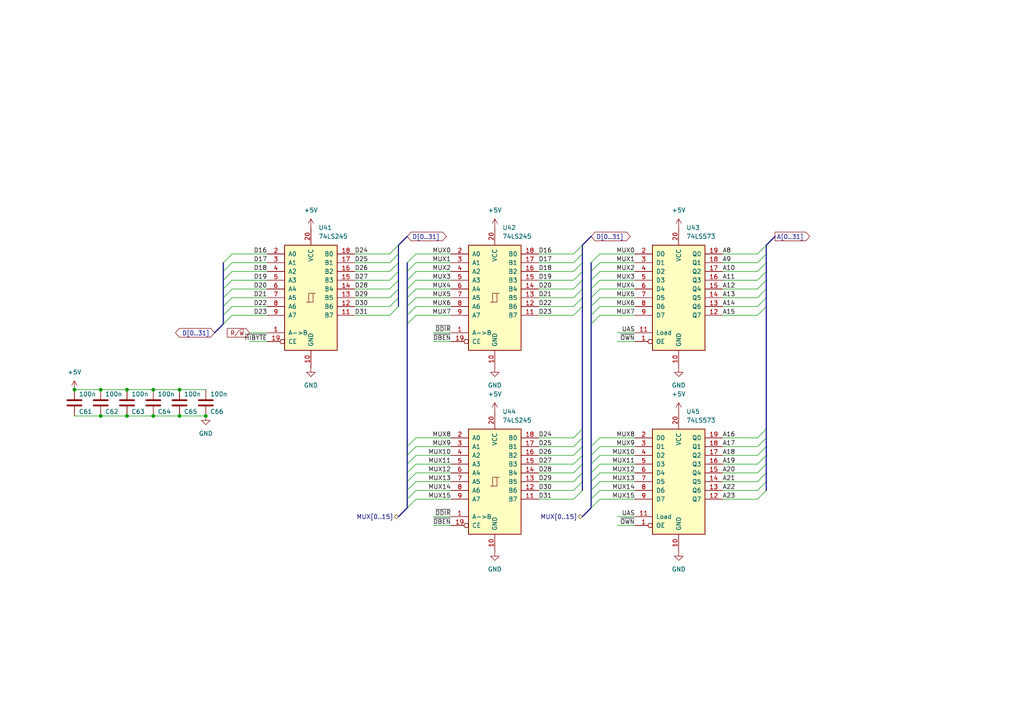
<source format=kicad_sch>
(kicad_sch (version 20231120) (generator "eeschema") (generator_version "8.0")
  (paper "A4")
  (lib_symbols
    (symbol "74xx:74LS245" (pin_names (offset 1.016))
      (property "Reference" "U" (at -7.62 16.51 0))
      (property "Value" "74LS245" (at -7.62 -16.51 0))
      (symbol "74LS245_1_0"
        (polyline (pts (xy -0.635 -1.27) (xy -0.635 1.27) (xy 0.635 1.27)))
        (polyline (pts (xy -1.27 -1.27) (xy 0.635 -1.27) (xy 0.635 1.27) (xy 1.27 1.27)))
        (pin input line (at -12.7 -10.16 0) (length 5.08) (name "A->B") (number "1"))
        (pin power_in line (at 0 -20.32 90) (length 5.08) (name "GND") (number "10"))
        (pin tri_state line (at 12.7 -5.08 180) (length 5.08) (name "B7") (number "11"))
        (pin tri_state line (at 12.7 -2.54 180) (length 5.08) (name "B6") (number "12"))
        (pin tri_state line (at 12.7 0 180) (length 5.08) (name "B5") (number "13"))
        (pin tri_state line (at 12.7 2.54 180) (length 5.08) (name "B4") (number "14"))
        (pin tri_state line (at 12.7 5.08 180) (length 5.08) (name "B3") (number "15"))
        (pin tri_state line (at 12.7 7.62 180) (length 5.08) (name "B2") (number "16"))
        (pin tri_state line (at 12.7 10.16 180) (length 5.08) (name "B1") (number "17"))
        (pin tri_state line (at 12.7 12.7 180) (length 5.08) (name "B0") (number "18"))
        (pin input inverted (at -12.7 -12.7 0) (length 5.08) (name "CE") (number "19"))
        (pin tri_state line (at -12.7 12.7 0) (length 5.08) (name "A0") (number "2"))
        (pin power_in line (at 0 20.32 270) (length 5.08) (name "VCC") (number "20"))
        (pin tri_state line (at -12.7 10.16 0) (length 5.08) (name "A1") (number "3"))
        (pin tri_state line (at -12.7 7.62 0) (length 5.08) (name "A2") (number "4"))
        (pin tri_state line (at -12.7 5.08 0) (length 5.08) (name "A3") (number "5"))
        (pin tri_state line (at -12.7 2.54 0) (length 5.08) (name "A4") (number "6"))
        (pin tri_state line (at -12.7 0 0) (length 5.08) (name "A5") (number "7"))
        (pin tri_state line (at -12.7 -2.54 0) (length 5.08) (name "A6") (number "8"))
        (pin tri_state line (at -12.7 -5.08 0) (length 5.08) (name "A7") (number "9"))
      )
      (symbol "74LS245_1_1"
        (rectangle (start -7.62 15.24) (end 7.62 -15.24) (stroke (width 0.254)) (fill (type background)))
      )
    )
    (symbol "74xx:74LS573" (pin_names (offset 1.016))
      (property "Reference" "U" (at -7.62 16.51 0))
      (property "Value" "74LS573" (at -7.62 -16.51 0))
      (symbol "74LS573_1_0"
        (pin input inverted (at -12.7 -12.7 0) (length 5.08) (name "OE") (number "1"))
        (pin power_in line (at 0 -20.32 90) (length 5.08) (name "GND") (number "10"))
        (pin input line (at -12.7 -10.16 0) (length 5.08) (name "Load") (number "11"))
        (pin tri_state line (at 12.7 -5.08 180) (length 5.08) (name "Q7") (number "12"))
        (pin tri_state line (at 12.7 -2.54 180) (length 5.08) (name "Q6") (number "13"))
        (pin tri_state line (at 12.7 0 180) (length 5.08) (name "Q5") (number "14"))
        (pin tri_state line (at 12.7 2.54 180) (length 5.08) (name "Q4") (number "15"))
        (pin tri_state line (at 12.7 5.08 180) (length 5.08) (name "Q3") (number "16"))
        (pin tri_state line (at 12.7 7.62 180) (length 5.08) (name "Q2") (number "17"))
        (pin tri_state line (at 12.7 10.16 180) (length 5.08) (name "Q1") (number "18"))
        (pin tri_state line (at 12.7 12.7 180) (length 5.08) (name "Q0") (number "19"))
        (pin input line (at -12.7 12.7 0) (length 5.08) (name "D0") (number "2"))
        (pin power_in line (at 0 20.32 270) (length 5.08) (name "VCC") (number "20"))
        (pin input line (at -12.7 10.16 0) (length 5.08) (name "D1") (number "3"))
        (pin input line (at -12.7 7.62 0) (length 5.08) (name "D2") (number "4"))
        (pin input line (at -12.7 5.08 0) (length 5.08) (name "D3") (number "5"))
        (pin input line (at -12.7 2.54 0) (length 5.08) (name "D4") (number "6"))
        (pin input line (at -12.7 0 0) (length 5.08) (name "D5") (number "7"))
        (pin input line (at -12.7 -2.54 0) (length 5.08) (name "D6") (number "8"))
        (pin input line (at -12.7 -5.08 0) (length 5.08) (name "D7") (number "9"))
      )
      (symbol "74LS573_1_1"
        (rectangle (start -7.62 15.24) (end 7.62 -15.24) (stroke (width 0.254)) (fill (type background)))
      )
    )
    (symbol "Device:C" (pin_numbers hide) (pin_names (offset 0.254))
      (property "Reference" "C" (at 0.635 2.54 0))
      (property "Value" "C" (at 0.635 -2.54 0))
      (symbol "C_0_1"
        (polyline (pts (xy -2.032 -0.762) (xy 2.032 -0.762)) (stroke (width 0.508)))
        (polyline (pts (xy -2.032 0.762) (xy 2.032 0.762)) (stroke (width 0.508)))
      )
      (symbol "C_1_1"
        (pin passive line (at 0 3.81 270) (length 2.794) (name "~") (number "1"))
        (pin passive line (at 0 -3.81 90) (length 2.794) (name "~") (number "2"))
      )
    )
    (symbol "power:+5V" (power) (pin_names (offset 0))
      (property "Value" "+5V" (at 0 3.556 0))
      (symbol "+5V_0_1"
        (polyline (pts (xy -0.762 1.27) (xy 0 2.54)))
        (polyline (pts (xy 0 0) (xy 0 2.54)))
        (polyline (pts (xy 0 2.54) (xy 0.762 1.27)))
      )
      (symbol "+5V_1_1"
        (pin power_in line (at 0 0 90) (length 0) hide (name "+5V") (number "1"))
      )
    )
    (symbol "power:GND" (power) (pin_names (offset 0))
      (property "Value" "GND" (at 0 -3.81 0))
      (symbol "GND_0_1"
        (polyline (pts (xy 0 0) (xy 0 -1.27) (xy 1.27 -1.27) (xy 0 -2.54) (xy -1.27 -1.27) (xy 0 -1.27)))
      )
      (symbol "GND_1_1"
        (pin power_in line (at 0 0 270) (length 0) hide (name "GND") (number "1"))
      )
    )
  )
  (junction (at 59.69 120.65))
  (junction (at 29.21 113.03))
  (junction (at 36.83 120.65))
  (junction (at 29.21 120.65))
  (junction (at 44.45 113.03))
  (junction (at 21.59 113.03))
  (junction (at 44.45 120.65))
  (junction (at 52.07 113.03))
  (junction (at 36.83 113.03))
  (junction (at 52.07 120.65))
  (bus_entry (at 166.37 91.44) (size 2.54 -2.54))
  (bus_entry (at 120.65 81.28) (size -2.54 2.54))
  (bus_entry (at 173.99 142.24) (size -2.54 2.54))
  (bus_entry (at 219.71 137.16) (size 2.54 -2.54))
  (bus_entry (at 166.37 88.9) (size 2.54 -2.54))
  (bus_entry (at 166.37 76.2) (size 2.54 -2.54))
  (bus_entry (at 67.31 81.28) (size -2.54 2.54))
  (bus_entry (at 219.71 86.36) (size 2.54 -2.54))
  (bus_entry (at 120.65 86.36) (size -2.54 2.54))
  (bus_entry (at 219.71 132.08) (size 2.54 -2.54))
  (bus_entry (at 166.37 73.66) (size 2.54 -2.54))
  (bus_entry (at 120.65 76.2) (size -2.54 2.54))
  (bus_entry (at 219.71 144.78) (size 2.54 -2.54))
  (bus_entry (at 120.65 132.08) (size -2.54 2.54))
  (bus_entry (at 173.99 132.08) (size -2.54 2.54))
  (bus_entry (at 113.03 76.2) (size 2.54 -2.54))
  (bus_entry (at 67.31 86.36) (size -2.54 2.54))
  (bus_entry (at 113.03 91.44) (size 2.54 -2.54))
  (bus_entry (at 120.65 127) (size -2.54 2.54))
  (bus_entry (at 173.99 139.7) (size -2.54 2.54))
  (bus_entry (at 219.71 129.54) (size 2.54 -2.54))
  (bus_entry (at 67.31 83.82) (size -2.54 2.54))
  (bus_entry (at 219.71 88.9) (size 2.54 -2.54))
  (bus_entry (at 166.37 139.7) (size 2.54 -2.54))
  (bus_entry (at 120.65 83.82) (size -2.54 2.54))
  (bus_entry (at 120.65 73.66) (size -2.54 2.54))
  (bus_entry (at 120.65 88.9) (size -2.54 2.54))
  (bus_entry (at 219.71 139.7) (size 2.54 -2.54))
  (bus_entry (at 173.99 127) (size -2.54 2.54))
  (bus_entry (at 113.03 73.66) (size 2.54 -2.54))
  (bus_entry (at 219.71 142.24) (size 2.54 -2.54))
  (bus_entry (at 219.71 78.74) (size 2.54 -2.54))
  (bus_entry (at 120.65 91.44) (size -2.54 2.54))
  (bus_entry (at 166.37 129.54) (size 2.54 -2.54))
  (bus_entry (at 173.99 129.54) (size -2.54 2.54))
  (bus_entry (at 173.99 78.74) (size -2.54 2.54))
  (bus_entry (at 67.31 88.9) (size -2.54 2.54))
  (bus_entry (at 120.65 129.54) (size -2.54 2.54))
  (bus_entry (at 166.37 142.24) (size 2.54 -2.54))
  (bus_entry (at 67.31 76.2) (size -2.54 2.54))
  (bus_entry (at 120.65 78.74) (size -2.54 2.54))
  (bus_entry (at 219.71 127) (size 2.54 -2.54))
  (bus_entry (at 113.03 86.36) (size 2.54 -2.54))
  (bus_entry (at 173.99 144.78) (size -2.54 2.54))
  (bus_entry (at 173.99 76.2) (size -2.54 2.54))
  (bus_entry (at 67.31 91.44) (size -2.54 2.54))
  (bus_entry (at 219.71 76.2) (size 2.54 -2.54))
  (bus_entry (at 166.37 86.36) (size 2.54 -2.54))
  (bus_entry (at 67.31 78.74) (size -2.54 2.54))
  (bus_entry (at 219.71 134.62) (size 2.54 -2.54))
  (bus_entry (at 113.03 88.9) (size 2.54 -2.54))
  (bus_entry (at 166.37 127) (size 2.54 -2.54))
  (bus_entry (at 173.99 83.82) (size -2.54 2.54))
  (bus_entry (at 166.37 81.28) (size 2.54 -2.54))
  (bus_entry (at 113.03 81.28) (size 2.54 -2.54))
  (bus_entry (at 166.37 137.16) (size 2.54 -2.54))
  (bus_entry (at 120.65 134.62) (size -2.54 2.54))
  (bus_entry (at 173.99 88.9) (size -2.54 2.54))
  (bus_entry (at 67.31 73.66) (size -2.54 2.54))
  (bus_entry (at 120.65 137.16) (size -2.54 2.54))
  (bus_entry (at 113.03 78.74) (size 2.54 -2.54))
  (bus_entry (at 173.99 73.66) (size -2.54 2.54))
  (bus_entry (at 219.71 81.28) (size 2.54 -2.54))
  (bus_entry (at 219.71 73.66) (size 2.54 -2.54))
  (bus_entry (at 166.37 83.82) (size 2.54 -2.54))
  (bus_entry (at 166.37 144.78) (size 2.54 -2.54))
  (bus_entry (at 113.03 83.82) (size 2.54 -2.54))
  (bus_entry (at 120.65 139.7) (size -2.54 2.54))
  (bus_entry (at 173.99 91.44) (size -2.54 2.54))
  (bus_entry (at 120.65 144.78) (size -2.54 2.54))
  (bus_entry (at 166.37 134.62) (size 2.54 -2.54))
  (bus_entry (at 219.71 83.82) (size 2.54 -2.54))
  (bus_entry (at 219.71 91.44) (size 2.54 -2.54))
  (bus_entry (at 120.65 142.24) (size -2.54 2.54))
  (bus_entry (at 173.99 134.62) (size -2.54 2.54))
  (bus_entry (at 166.37 132.08) (size 2.54 -2.54))
  (bus_entry (at 173.99 86.36) (size -2.54 2.54))
  (bus_entry (at 166.37 78.74) (size 2.54 -2.54))
  (bus_entry (at 173.99 81.28) (size -2.54 2.54))
  (bus_entry (at 173.99 137.16) (size -2.54 2.54))
  (bus (pts (xy 115.57 83.82) (xy 115.57 81.28)))
  (wire (pts (xy 166.37 81.28) (xy 156.21 81.28)))
  (wire (pts (xy 166.37 129.54) (xy 156.21 129.54)))
  (bus (pts (xy 118.11 139.7) (xy 118.11 142.24)))
  (wire (pts (xy 29.21 120.65) (xy 36.83 120.65)))
  (wire (pts (xy 67.31 86.36) (xy 77.47 86.36)))
  (wire (pts (xy 173.99 134.62) (xy 184.15 134.62)))
  (bus (pts (xy 222.25 142.24) (xy 222.25 139.7)))
  (wire (pts (xy 120.65 142.24) (xy 130.81 142.24)))
  (bus (pts (xy 64.77 76.2) (xy 64.77 78.74)))
  (wire (pts (xy 67.31 73.66) (xy 77.47 73.66)))
  (bus (pts (xy 115.57 76.2) (xy 115.57 73.66)))
  (bus (pts (xy 168.91 127) (xy 168.91 124.46)))
  (bus (pts (xy 118.11 91.44) (xy 118.11 93.98)))
  (wire (pts (xy 120.65 144.78) (xy 130.81 144.78)))
  (wire (pts (xy 120.65 137.16) (xy 130.81 137.16)))
  (bus (pts (xy 118.11 137.16) (xy 118.11 139.7)))
  (bus (pts (xy 171.45 81.28) (xy 171.45 83.82)))
  (bus (pts (xy 171.45 68.58) (xy 168.91 71.12)))
  (wire (pts (xy 219.71 91.44) (xy 209.55 91.44)))
  (bus (pts (xy 118.11 132.08) (xy 118.11 134.62)))
  (bus (pts (xy 168.91 88.9) (xy 168.91 86.36)))
  (bus (pts (xy 168.91 149.86) (xy 171.45 147.32)))
  (wire (pts (xy 166.37 144.78) (xy 156.21 144.78)))
  (bus (pts (xy 222.25 71.12) (xy 224.79 68.58)))
  (wire (pts (xy 29.21 113.03) (xy 36.83 113.03)))
  (bus (pts (xy 171.45 78.74) (xy 171.45 81.28)))
  (wire (pts (xy 173.99 83.82) (xy 184.15 83.82)))
  (bus (pts (xy 118.11 78.74) (xy 118.11 81.28)))
  (bus (pts (xy 171.45 144.78) (xy 171.45 147.32)))
  (bus (pts (xy 118.11 86.36) (xy 118.11 88.9)))
  (wire (pts (xy 173.99 129.54) (xy 184.15 129.54)))
  (wire (pts (xy 67.31 76.2) (xy 77.47 76.2)))
  (wire (pts (xy 113.03 83.82) (xy 102.87 83.82)))
  (wire (pts (xy 67.31 91.44) (xy 77.47 91.44)))
  (bus (pts (xy 118.11 93.98) (xy 118.11 129.54)))
  (bus (pts (xy 168.91 134.62) (xy 168.91 132.08)))
  (wire (pts (xy 173.99 76.2) (xy 184.15 76.2)))
  (wire (pts (xy 219.71 127) (xy 209.55 127)))
  (wire (pts (xy 166.37 134.62) (xy 156.21 134.62)))
  (wire (pts (xy 173.99 78.74) (xy 184.15 78.74)))
  (wire (pts (xy 166.37 142.24) (xy 156.21 142.24)))
  (wire (pts (xy 166.37 132.08) (xy 156.21 132.08)))
  (wire (pts (xy 173.99 142.24) (xy 184.15 142.24)))
  (wire (pts (xy 179.07 152.4) (xy 184.15 152.4)))
  (wire (pts (xy 173.99 88.9) (xy 184.15 88.9)))
  (wire (pts (xy 44.45 113.03) (xy 52.07 113.03)))
  (wire (pts (xy 173.99 86.36) (xy 184.15 86.36)))
  (wire (pts (xy 113.03 78.74) (xy 102.87 78.74)))
  (wire (pts (xy 113.03 73.66) (xy 102.87 73.66)))
  (bus (pts (xy 168.91 142.24) (xy 168.91 139.7)))
  (wire (pts (xy 72.39 96.52) (xy 77.47 96.52)))
  (wire (pts (xy 166.37 137.16) (xy 156.21 137.16)))
  (wire (pts (xy 52.07 120.65) (xy 59.69 120.65)))
  (bus (pts (xy 115.57 88.9) (xy 115.57 86.36)))
  (wire (pts (xy 36.83 120.65) (xy 44.45 120.65)))
  (bus (pts (xy 171.45 86.36) (xy 171.45 88.9)))
  (wire (pts (xy 173.99 81.28) (xy 184.15 81.28)))
  (wire (pts (xy 52.07 113.03) (xy 59.69 113.03)))
  (wire (pts (xy 219.71 86.36) (xy 209.55 86.36)))
  (bus (pts (xy 222.25 139.7) (xy 222.25 137.16)))
  (bus (pts (xy 222.25 83.82) (xy 222.25 81.28)))
  (wire (pts (xy 219.71 73.66) (xy 209.55 73.66)))
  (wire (pts (xy 44.45 120.65) (xy 52.07 120.65)))
  (bus (pts (xy 168.91 73.66) (xy 168.91 71.12)))
  (bus (pts (xy 168.91 137.16) (xy 168.91 134.62)))
  (wire (pts (xy 219.71 76.2) (xy 209.55 76.2)))
  (bus (pts (xy 118.11 134.62) (xy 118.11 137.16)))
  (bus (pts (xy 168.91 139.7) (xy 168.91 137.16)))
  (bus (pts (xy 171.45 83.82) (xy 171.45 86.36)))
  (wire (pts (xy 113.03 76.2) (xy 102.87 76.2)))
  (bus (pts (xy 222.25 132.08) (xy 222.25 129.54)))
  (bus (pts (xy 168.91 78.74) (xy 168.91 76.2)))
  (bus (pts (xy 64.77 83.82) (xy 64.77 86.36)))
  (bus (pts (xy 222.25 78.74) (xy 222.25 76.2)))
  (bus (pts (xy 118.11 76.2) (xy 118.11 78.74)))
  (bus (pts (xy 168.91 83.82) (xy 168.91 81.28)))
  (wire (pts (xy 125.73 96.52) (xy 130.81 96.52)))
  (wire (pts (xy 173.99 127) (xy 184.15 127)))
  (wire (pts (xy 166.37 83.82) (xy 156.21 83.82)))
  (bus (pts (xy 115.57 149.86) (xy 118.11 147.32)))
  (wire (pts (xy 209.55 144.78) (xy 219.71 144.78)))
  (bus (pts (xy 115.57 81.28) (xy 115.57 78.74)))
  (bus (pts (xy 64.77 88.9) (xy 64.77 91.44)))
  (bus (pts (xy 118.11 142.24) (xy 118.11 144.78)))
  (wire (pts (xy 219.71 83.82) (xy 209.55 83.82)))
  (wire (pts (xy 120.65 81.28) (xy 130.81 81.28)))
  (bus (pts (xy 64.77 91.44) (xy 64.77 93.98)))
  (wire (pts (xy 173.99 144.78) (xy 184.15 144.78)))
  (bus (pts (xy 118.11 144.78) (xy 118.11 147.32)))
  (wire (pts (xy 173.99 139.7) (xy 184.15 139.7)))
  (wire (pts (xy 120.65 86.36) (xy 130.81 86.36)))
  (bus (pts (xy 171.45 93.98) (xy 171.45 129.54)))
  (wire (pts (xy 120.65 127) (xy 130.81 127)))
  (wire (pts (xy 219.71 132.08) (xy 209.55 132.08)))
  (wire (pts (xy 166.37 88.9) (xy 156.21 88.9)))
  (wire (pts (xy 166.37 139.7) (xy 156.21 139.7)))
  (wire (pts (xy 166.37 78.74) (xy 156.21 78.74)))
  (wire (pts (xy 219.71 137.16) (xy 209.55 137.16)))
  (wire (pts (xy 173.99 91.44) (xy 184.15 91.44)))
  (bus (pts (xy 222.25 129.54) (xy 222.25 127)))
  (wire (pts (xy 120.65 73.66) (xy 130.81 73.66)))
  (wire (pts (xy 125.73 152.4) (xy 130.81 152.4)))
  (bus (pts (xy 168.91 124.46) (xy 168.91 88.9)))
  (wire (pts (xy 120.65 88.9) (xy 130.81 88.9)))
  (bus (pts (xy 118.11 68.58) (xy 115.57 71.12)))
  (wire (pts (xy 125.73 99.06) (xy 130.81 99.06)))
  (wire (pts (xy 67.31 78.74) (xy 77.47 78.74)))
  (wire (pts (xy 179.07 96.52) (xy 184.15 96.52)))
  (wire (pts (xy 120.65 78.74) (xy 130.81 78.74)))
  (bus (pts (xy 168.91 132.08) (xy 168.91 129.54)))
  (wire (pts (xy 219.71 81.28) (xy 209.55 81.28)))
  (bus (pts (xy 222.25 73.66) (xy 222.25 71.12)))
  (wire (pts (xy 113.03 86.36) (xy 102.87 86.36)))
  (bus (pts (xy 118.11 83.82) (xy 118.11 86.36)))
  (wire (pts (xy 166.37 73.66) (xy 156.21 73.66)))
  (bus (pts (xy 64.77 78.74) (xy 64.77 81.28)))
  (bus (pts (xy 222.25 124.46) (xy 222.25 88.9)))
  (bus (pts (xy 222.25 86.36) (xy 222.25 83.82)))
  (wire (pts (xy 219.71 88.9) (xy 209.55 88.9)))
  (bus (pts (xy 171.45 91.44) (xy 171.45 93.98)))
  (wire (pts (xy 113.03 88.9) (xy 102.87 88.9)))
  (bus (pts (xy 62.23 96.52) (xy 64.77 93.98)))
  (wire (pts (xy 219.71 139.7) (xy 209.55 139.7)))
  (wire (pts (xy 219.71 78.74) (xy 209.55 78.74)))
  (bus (pts (xy 171.45 129.54) (xy 171.45 132.08)))
  (bus (pts (xy 222.25 134.62) (xy 222.25 132.08)))
  (wire (pts (xy 120.65 91.44) (xy 130.81 91.44)))
  (wire (pts (xy 120.65 134.62) (xy 130.81 134.62)))
  (wire (pts (xy 219.71 142.24) (xy 209.55 142.24)))
  (wire (pts (xy 125.73 149.86) (xy 130.81 149.86)))
  (bus (pts (xy 64.77 86.36) (xy 64.77 88.9)))
  (bus (pts (xy 171.45 137.16) (xy 171.45 139.7)))
  (wire (pts (xy 219.71 134.62) (xy 209.55 134.62)))
  (bus (pts (xy 118.11 129.54) (xy 118.11 132.08)))
  (wire (pts (xy 113.03 81.28) (xy 102.87 81.28)))
  (wire (pts (xy 179.07 149.86) (xy 184.15 149.86)))
  (wire (pts (xy 120.65 76.2) (xy 130.81 76.2)))
  (bus (pts (xy 171.45 139.7) (xy 171.45 142.24)))
  (wire (pts (xy 219.71 129.54) (xy 209.55 129.54)))
  (bus (pts (xy 168.91 81.28) (xy 168.91 78.74)))
  (wire (pts (xy 120.65 83.82) (xy 130.81 83.82)))
  (wire (pts (xy 120.65 132.08) (xy 130.81 132.08)))
  (bus (pts (xy 168.91 129.54) (xy 168.91 127)))
  (wire (pts (xy 166.37 86.36) (xy 156.21 86.36)))
  (bus (pts (xy 222.25 127) (xy 222.25 124.46)))
  (bus (pts (xy 168.91 76.2) (xy 168.91 73.66)))
  (bus (pts (xy 115.57 78.74) (xy 115.57 76.2)))
  (wire (pts (xy 36.83 113.03) (xy 44.45 113.03)))
  (bus (pts (xy 168.91 86.36) (xy 168.91 83.82)))
  (bus (pts (xy 171.45 88.9) (xy 171.45 91.44)))
  (bus (pts (xy 118.11 81.28) (xy 118.11 83.82)))
  (bus (pts (xy 118.11 88.9) (xy 118.11 91.44)))
  (wire (pts (xy 67.31 81.28) (xy 77.47 81.28)))
  (wire (pts (xy 166.37 127) (xy 156.21 127)))
  (wire (pts (xy 67.31 83.82) (xy 77.47 83.82)))
  (wire (pts (xy 166.37 76.2) (xy 156.21 76.2)))
  (wire (pts (xy 173.99 73.66) (xy 184.15 73.66)))
  (wire (pts (xy 120.65 139.7) (xy 130.81 139.7)))
  (bus (pts (xy 64.77 81.28) (xy 64.77 83.82)))
  (wire (pts (xy 67.31 88.9) (xy 77.47 88.9)))
  (wire (pts (xy 179.07 99.06) (xy 184.15 99.06)))
  (bus (pts (xy 171.45 142.24) (xy 171.45 144.78)))
  (wire (pts (xy 113.03 91.44) (xy 102.87 91.44)))
  (bus (pts (xy 171.45 76.2) (xy 171.45 78.74)))
  (wire (pts (xy 173.99 137.16) (xy 184.15 137.16)))
  (wire (pts (xy 120.65 129.54) (xy 130.81 129.54)))
  (wire (pts (xy 21.59 113.03) (xy 29.21 113.03)))
  (bus (pts (xy 115.57 73.66) (xy 115.57 71.12)))
  (bus (pts (xy 222.25 81.28) (xy 222.25 78.74)))
  (bus (pts (xy 222.25 76.2) (xy 222.25 73.66)))
  (wire (pts (xy 166.37 91.44) (xy 156.21 91.44)))
  (wire (pts (xy 72.39 99.06) (xy 77.47 99.06)))
  (wire (pts (xy 173.99 132.08) (xy 184.15 132.08)))
  (bus (pts (xy 115.57 86.36) (xy 115.57 83.82)))
  (bus (pts (xy 222.25 137.16) (xy 222.25 134.62)))
  (bus (pts (xy 171.45 132.08) (xy 171.45 134.62)))
  (bus (pts (xy 171.45 134.62) (xy 171.45 137.16)))
  (wire (pts (xy 21.59 120.65) (xy 29.21 120.65)))
  (bus (pts (xy 222.25 88.9) (xy 222.25 86.36)))
  (label "MUX13" (at 130.81 139.7 180))
  (label "MUX6" (at 130.81 88.9 180))
  (label "D23" (at 156.21 91.44 0))
  (label "MUX11" (at 184.15 134.62 180))
  (label "MUX14" (at 130.81 142.24 180))
  (label "A14" (at 209.55 88.9 0))
  (label "D29" (at 156.21 139.7 0))
  (label "MUX12" (at 130.81 137.16 180))
  (label "D19" (at 156.21 81.28 0))
  (label "D17" (at 156.21 76.2 0))
  (label "A19" (at 209.55 134.62 0))
  (label "D23" (at 77.47 91.44 180))
  (label "A18" (at 209.55 132.08 0))
  (label "D31" (at 102.87 91.44 0))
  (label "D18" (at 156.21 78.74 0))
  (label "D16" (at 77.47 73.66 180))
  (label "D27" (at 102.87 81.28 0))
  (label "MUX14" (at 184.15 142.24 180))
  (label "A8" (at 209.55 73.66 0))
  (label "A11" (at 209.55 81.28 0))
  (label "D30" (at 156.21 142.24 0))
  (label "D24" (at 102.87 73.66 0))
  (label "MUX4" (at 130.81 83.82 180))
  (label "~{DDIR}" (at 130.81 149.86 180))
  (label "D21" (at 77.47 86.36 180))
  (label "D28" (at 156.21 137.16 0))
  (label "MUX3" (at 184.15 81.28 180))
  (label "MUX9" (at 130.81 129.54 180))
  (label "MUX8" (at 130.81 127 180))
  (label "A17" (at 209.55 129.54 0))
  (label "MUX9" (at 184.15 129.54 180))
  (label "A15" (at 209.55 91.44 0))
  (label "MUX6" (at 184.15 88.9 180))
  (label "MUX7" (at 184.15 91.44 180))
  (label "MUX1" (at 130.81 76.2 180))
  (label "MUX15" (at 130.81 144.78 180))
  (label "MUX2" (at 130.81 78.74 180))
  (label "UAS" (at 184.15 96.52 180))
  (label "A12" (at 209.55 83.82 0))
  (label "D27" (at 156.21 134.62 0))
  (label "MUX3" (at 130.81 81.28 180))
  (label "D28" (at 102.87 83.82 0))
  (label "D31" (at 156.21 144.78 0))
  (label "~{DBEN}" (at 130.81 152.4 180))
  (label "A20" (at 209.55 137.16 0))
  (label "MUX1" (at 184.15 76.2 180))
  (label "A9" (at 209.55 76.2 0))
  (label "D29" (at 102.87 86.36 0))
  (label "A13" (at 209.55 86.36 0))
  (label "D25" (at 102.87 76.2 0))
  (label "~{OWN}" (at 184.15 152.4 180))
  (label "MUX15" (at 184.15 144.78 180))
  (label "MUX0" (at 184.15 73.66 180))
  (label "~{OWN}" (at 184.15 99.06 180))
  (label "MUX0" (at 130.81 73.66 180))
  (label "MUX4" (at 184.15 83.82 180))
  (label "A23" (at 209.55 144.78 0))
  (label "MUX5" (at 184.15 86.36 180))
  (label "MUX2" (at 184.15 78.74 180))
  (label "MUX5" (at 130.81 86.36 180))
  (label "MUX11" (at 130.81 134.62 180))
  (label "MUX8" (at 184.15 127 180))
  (label "MUX7" (at 130.81 91.44 180))
  (label "~{DDIR}" (at 130.81 96.52 180))
  (label "D19" (at 77.47 81.28 180))
  (label "D24" (at 156.21 127 0))
  (label "D18" (at 77.47 78.74 180))
  (label "MUX13" (at 184.15 139.7 180))
  (label "A21" (at 209.55 139.7 0))
  (label "D25" (at 156.21 129.54 0))
  (label "D21" (at 156.21 86.36 0))
  (label "D30" (at 102.87 88.9 0))
  (label "D22" (at 77.47 88.9 180))
  (label "D22" (at 156.21 88.9 0))
  (label "D20" (at 77.47 83.82 180))
  (label "D17" (at 77.47 76.2 180))
  (label "A16" (at 209.55 127 0))
  (label "MUX10" (at 184.15 132.08 180))
  (label "MUX10" (at 130.81 132.08 180))
  (label "D16" (at 156.21 73.66 0))
  (label "MUX12" (at 184.15 137.16 180))
  (label "~{HIBYTE}" (at 77.47 99.06 180))
  (label "A10" (at 209.55 78.74 0))
  (label "A22" (at 209.55 142.24 0))
  (label "D26" (at 102.87 78.74 0))
  (label "~{DBEN}" (at 130.81 99.06 180))
  (label "UAS" (at 184.15 149.86 180))
  (label "D26" (at 156.21 132.08 0))
  (label "D20" (at 156.21 83.82 0))
  (global_label "D[0..31]" (shape bidirectional) (at 118.11 68.58 0) (property "Intersheetrefs" "${INTERSHEET_REFS}" (effects (hide yes))))
  (global_label "D[0..31]" (shape bidirectional) (at 171.45 68.58 0) (property "Intersheetrefs" "${INTERSHEET_REFS}" (effects (hide yes))))
  (global_label "R{slash}~{W}" (shape input) (at 72.39 96.52 180) (property "Intersheetrefs" "${INTERSHEET_REFS}" (effects (hide yes))))
  (global_label "D[0..31]" (shape bidirectional) (at 62.23 96.52 180) (property "Intersheetrefs" "${INTERSHEET_REFS}" (effects (hide yes))))
  (global_label "A[0..31]" (shape output) (at 224.79 68.58 0) (property "Intersheetrefs" "${INTERSHEET_REFS}" (effects (hide yes))))
  (hierarchical_label "MUX[0..15]" (shape bidirectional) (at 115.57 149.86 180))
  (hierarchical_label "MUX[0..15]" (shape bidirectional) (at 168.91 149.86 180))
  (symbol (lib_id "power:+5V") (at 90.17 66.04 0) (unit 1)
    (property "Reference" "#PWR0176" (effects (hide yes)))
    (property "Value" "+5V" (at 90.17 60.96 0))
  )
  (symbol (lib_id "Device:C") (at 52.07 116.84 0) (mirror x) (unit 1)
    (property "Reference" "C65" (at 53.34 119.38 0) (effects (justify left)))
    (property "Value" "100n" (at 53.34 114.3 0) (effects (justify left)))
    (property "Footprint" "Capacitor_THT:C_Disc_D4.3mm_W1.9mm_P5.00mm" (effects (hide yes)))
  )
  (symbol (lib_id "power:+5V") (at 196.85 119.38 0) (unit 1)
    (property "Reference" "#PWR0184" (effects (hide yes)))
    (property "Value" "+5V" (at 196.85 114.3 0))
  )
  (symbol (lib_id "power:+5V") (at 21.59 113.03 0) (unit 1)
    (property "Reference" "#PWR0182" (effects (hide yes)))
    (property "Value" "+5V" (at 21.59 107.95 0))
  )
  (symbol (lib_id "power:+5V") (at 143.51 66.04 0) (unit 1)
    (property "Reference" "#PWR0177" (effects (hide yes)))
    (property "Value" "+5V" (at 143.51 60.96 0))
  )
  (symbol (lib_id "Device:C") (at 59.69 116.84 0) (mirror x) (unit 1)
    (property "Reference" "C66" (at 60.96 119.38 0) (effects (justify left)))
    (property "Value" "100n" (at 60.96 114.3 0) (effects (justify left)))
    (property "Footprint" "Capacitor_THT:C_Disc_D4.3mm_W1.9mm_P5.00mm" (effects (hide yes)))
  )
  (symbol (lib_id "Device:C") (at 44.45 116.84 0) (mirror x) (unit 1)
    (property "Reference" "C64" (at 45.72 119.38 0) (effects (justify left)))
    (property "Value" "100n" (at 45.72 114.3 0) (effects (justify left)))
    (property "Footprint" "Capacitor_THT:C_Disc_D4.3mm_W1.9mm_P5.00mm" (effects (hide yes)))
  )
  (symbol (lib_id "74xx:74LS573") (at 196.85 139.7 0) (unit 1)
    (property "Reference" "U45" (at 199.0441 119.38 0) (effects (justify left)))
    (property "Value" "74LS573" (at 199.0441 121.92 0) (effects (justify left)))
    (property "Footprint" "Package_DIP:DIP-20_W7.62mm_Socket" (effects (hide yes)))
    (property "Datasheet" "74xx/74hc573.pdf" (effects (hide yes)))
  )
  (symbol (lib_id "Device:C") (at 36.83 116.84 0) (mirror x) (unit 1)
    (property "Reference" "C63" (at 38.1 119.38 0) (effects (justify left)))
    (property "Value" "100n" (at 38.1 114.3 0) (effects (justify left)))
    (property "Footprint" "Capacitor_THT:C_Disc_D4.3mm_W1.9mm_P5.00mm" (effects (hide yes)))
  )
  (symbol (lib_id "74xx:74LS245") (at 143.51 139.7 0) (unit 1)
    (property "Reference" "U44" (at 145.7041 119.38 0) (effects (justify left)))
    (property "Value" "74LS245" (at 145.7041 121.92 0) (effects (justify left)))
    (property "Footprint" "Package_DIP:DIP-20_W7.62mm_Socket" (effects (hide yes)))
    (property "Datasheet" "http://www.ti.com/lit/gpn/sn74LS245" (effects (hide yes)))
  )
  (symbol (lib_id "power:GND") (at 196.85 106.68 0) (unit 1)
    (property "Reference" "#PWR0181" (effects (hide yes)))
    (property "Value" "GND" (at 196.85 111.76 0))
  )
  (symbol (lib_id "Device:C") (at 21.59 116.84 0) (mirror x) (unit 1)
    (property "Reference" "C61" (at 22.86 119.38 0) (effects (justify left)))
    (property "Value" "100n" (at 22.86 114.3 0) (effects (justify left)))
    (property "Footprint" "Capacitor_THT:C_Disc_D4.3mm_W1.9mm_P5.00mm" (effects (hide yes)))
  )
  (symbol (lib_id "power:GND") (at 90.17 106.68 0) (unit 1)
    (property "Reference" "#PWR0179" (effects (hide yes)))
    (property "Value" "GND" (at 90.17 111.76 0))
  )
  (symbol (lib_id "power:+5V") (at 196.85 66.04 0) (unit 1)
    (property "Reference" "#PWR0178" (effects (hide yes)))
    (property "Value" "+5V" (at 196.85 60.96 0))
  )
  (symbol (lib_id "Device:C") (at 29.21 116.84 0) (mirror x) (unit 1)
    (property "Reference" "C62" (at 30.48 119.38 0) (effects (justify left)))
    (property "Value" "100n" (at 30.48 114.3 0) (effects (justify left)))
    (property "Footprint" "Capacitor_THT:C_Disc_D4.3mm_W1.9mm_P5.00mm" (effects (hide yes)))
  )
  (symbol (lib_id "74xx:74LS573") (at 196.85 86.36 0) (unit 1)
    (property "Reference" "U43" (at 199.0441 66.04 0) (effects (justify left)))
    (property "Value" "74LS573" (at 199.0441 68.58 0) (effects (justify left)))
    (property "Footprint" "Package_DIP:DIP-20_W7.62mm_Socket" (effects (hide yes)))
    (property "Datasheet" "74xx/74hc573.pdf" (effects (hide yes)))
  )
  (symbol (lib_id "74xx:74LS245") (at 143.51 86.36 0) (unit 1)
    (property "Reference" "U42" (at 145.7041 66.04 0) (effects (justify left)))
    (property "Value" "74LS245" (at 145.7041 68.58 0) (effects (justify left)))
    (property "Footprint" "Package_DIP:DIP-20_W7.62mm_Socket" (effects (hide yes)))
    (property "Datasheet" "http://www.ti.com/lit/gpn/sn74LS245" (effects (hide yes)))
  )
  (symbol (lib_id "power:GND") (at 143.51 106.68 0) (unit 1)
    (property "Reference" "#PWR0180" (effects (hide yes)))
    (property "Value" "GND" (at 143.51 111.76 0))
  )
  (symbol (lib_id "power:GND") (at 196.85 160.02 0) (unit 1)
    (property "Reference" "#PWR0187" (effects (hide yes)))
    (property "Value" "GND" (at 196.85 165.1 0))
  )
  (symbol (lib_id "power:+5V") (at 143.51 119.38 0) (unit 1)
    (property "Reference" "#PWR0183" (effects (hide yes)))
    (property "Value" "+5V" (at 143.51 114.3 0))
  )
  (symbol (lib_id "power:GND") (at 143.51 160.02 0) (unit 1)
    (property "Reference" "#PWR0186" (effects (hide yes)))
    (property "Value" "GND" (at 143.51 165.1 0))
  )
  (symbol (lib_id "74xx:74LS245") (at 90.17 86.36 0) (unit 1)
    (property "Reference" "U41" (at 92.3641 66.04 0) (effects (justify left)))
    (property "Value" "74LS245" (at 92.3641 68.58 0) (effects (justify left)))
    (property "Footprint" "Package_DIP:DIP-20_W7.62mm_Socket" (effects (hide yes)))
    (property "Datasheet" "http://www.ti.com/lit/gpn/sn74LS245" (effects (hide yes)))
  )
  (symbol (lib_id "power:GND") (at 59.69 120.65 0) (unit 1)
    (property "Reference" "#PWR0185" (effects (hide yes)))
    (property "Value" "GND" (at 59.69 125.73 0))
  )
)
</source>
